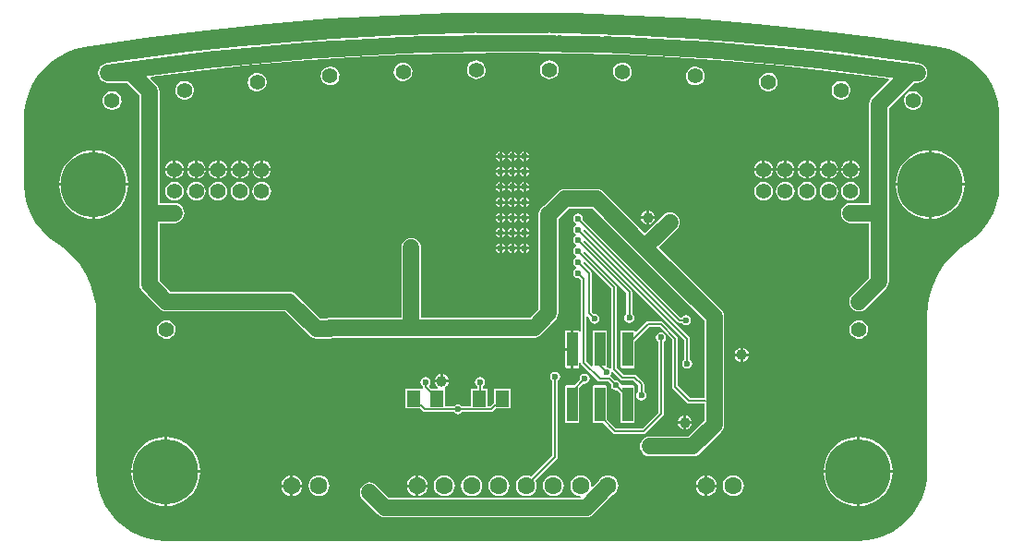
<source format=gbl>
G04 Layer_Physical_Order=2*
G04 Layer_Color=16711680*
%FSLAX25Y25*%
%MOIN*%
G70*
G01*
G75*
%ADD27C,0.00787*%
%ADD28C,0.05905*%
%ADD33C,0.05512*%
%ADD34C,0.23622*%
%ADD35C,0.06299*%
%ADD36C,0.03937*%
%ADD37C,0.02362*%
%ADD38R,0.04921X0.05905*%
%ADD39R,0.03937X0.12402*%
G36*
X21913Y190257D02*
X44055Y189499D01*
X66175Y188233D01*
X88259Y186459D01*
X110298Y184180D01*
X132277Y181396D01*
X154188Y178108D01*
X157517Y177340D01*
X160715Y176138D01*
X163727Y174524D01*
X166499Y172526D01*
X168982Y170179D01*
X171133Y167525D01*
X172914Y164609D01*
X174294Y161483D01*
X175248Y158202D01*
X175761Y154824D01*
Y128401D01*
X175504Y124830D01*
X174741Y121334D01*
X173486Y117982D01*
X171765Y114843D01*
X169614Y111983D01*
X167076Y109458D01*
X164204Y107323D01*
X161041Y105015D01*
X158192Y102329D01*
X155701Y99308D01*
X153607Y95999D01*
X151943Y92455D01*
X150736Y88730D01*
X150004Y84883D01*
X149759Y80976D01*
Y24817D01*
X149545Y21554D01*
X148907Y18347D01*
X147855Y15250D01*
X146409Y12317D01*
X144592Y9598D01*
X142436Y7139D01*
X139978Y4983D01*
X137259Y3167D01*
X134326Y1720D01*
X131229Y669D01*
X128022Y31D01*
X124759Y-183D01*
X-125241D01*
X-128505Y31D01*
X-131712Y669D01*
X-134809Y1720D01*
X-137741Y3167D01*
X-140461Y4983D01*
X-142919Y7139D01*
X-145075Y9598D01*
X-146892Y12317D01*
X-148338Y15250D01*
X-149390Y18347D01*
X-150028Y21554D01*
X-150241Y24817D01*
Y80976D01*
X-150487Y84883D01*
X-151219Y88730D01*
X-152426Y92455D01*
X-154090Y95999D01*
X-156184Y99308D01*
X-158675Y102329D01*
X-161524Y105015D01*
X-164687Y107323D01*
X-167559Y109458D01*
X-170097Y111983D01*
X-172248Y114843D01*
X-173969Y117982D01*
X-175224Y121334D01*
X-175987Y124830D01*
X-176243Y128401D01*
Y154824D01*
X-175731Y158202D01*
X-174777Y161483D01*
X-173397Y164609D01*
X-171616Y167525D01*
X-169465Y170179D01*
X-166981Y172526D01*
X-164210Y174524D01*
X-161198Y176138D01*
X-158000Y177340D01*
X-154671Y178108D01*
X-132760Y181396D01*
X-110780Y184180D01*
X-88742Y186459D01*
X-66658Y188233D01*
X-44538Y189499D01*
X-22396Y190257D01*
X-241Y190507D01*
X21913Y190257D01*
D02*
G37*
%LPC*%
G36*
X500Y112731D02*
Y111524D01*
X1707D01*
X1669Y111715D01*
X1277Y112301D01*
X691Y112692D01*
X500Y112731D01*
D02*
G37*
G36*
X3831D02*
X3639Y112692D01*
X3053Y112301D01*
X2662Y111715D01*
X2624Y111524D01*
X3831D01*
Y112731D01*
D02*
G37*
G36*
X4831D02*
Y111524D01*
X6038D01*
X6000Y111715D01*
X5608Y112301D01*
X5022Y112692D01*
X4831Y112731D01*
D02*
G37*
G36*
X-4831D02*
X-5022Y112692D01*
X-5608Y112301D01*
X-6000Y111715D01*
X-6038Y111524D01*
X-4831D01*
Y112731D01*
D02*
G37*
G36*
X-3831D02*
Y111524D01*
X-2624D01*
X-2662Y111715D01*
X-3053Y112301D01*
X-3639Y112692D01*
X-3831Y112731D01*
D02*
G37*
G36*
X-500D02*
X-691Y112692D01*
X-1277Y112301D01*
X-1669Y111715D01*
X-1707Y111524D01*
X-500D01*
Y112731D01*
D02*
G37*
G36*
X-2624Y116035D02*
X-3831D01*
Y114829D01*
X-3639Y114867D01*
X-3053Y115258D01*
X-2662Y115844D01*
X-2624Y116035D01*
D02*
G37*
G36*
X-500D02*
X-1707D01*
X-1669Y115844D01*
X-1277Y115258D01*
X-691Y114867D01*
X-500Y114829D01*
Y116035D01*
D02*
G37*
G36*
X1707D02*
X500D01*
Y114829D01*
X691Y114867D01*
X1277Y115258D01*
X1669Y115844D01*
X1707Y116035D01*
D02*
G37*
G36*
X48319D02*
X46304D01*
X46326Y115867D01*
X46584Y115245D01*
X46994Y114710D01*
X47528Y114300D01*
X48151Y114042D01*
X48319Y114020D01*
Y116035D01*
D02*
G37*
G36*
X51334D02*
X49319D01*
Y114020D01*
X49487Y114042D01*
X50109Y114300D01*
X50644Y114710D01*
X51054Y115245D01*
X51312Y115867D01*
X51334Y116035D01*
D02*
G37*
G36*
X-4831D02*
X-6038D01*
X-6000Y115844D01*
X-5608Y115258D01*
X-5022Y114867D01*
X-4831Y114829D01*
Y116035D01*
D02*
G37*
G36*
X6038Y110524D02*
X4831D01*
Y109317D01*
X5022Y109355D01*
X5608Y109746D01*
X6000Y110332D01*
X6038Y110524D01*
D02*
G37*
G36*
X-500Y107219D02*
X-691Y107181D01*
X-1277Y106789D01*
X-1669Y106203D01*
X-1707Y106012D01*
X-500D01*
Y107219D01*
D02*
G37*
G36*
X500D02*
Y106012D01*
X1707D01*
X1669Y106203D01*
X1277Y106789D01*
X691Y107181D01*
X500Y107219D01*
D02*
G37*
G36*
X3831D02*
X3639Y107181D01*
X3053Y106789D01*
X2662Y106203D01*
X2624Y106012D01*
X3831D01*
Y107219D01*
D02*
G37*
G36*
X6038Y105012D02*
X4831D01*
Y103805D01*
X5022Y103843D01*
X5608Y104235D01*
X6000Y104821D01*
X6038Y105012D01*
D02*
G37*
G36*
X-4831Y107219D02*
X-5022Y107181D01*
X-5608Y106789D01*
X-6000Y106203D01*
X-6038Y106012D01*
X-4831D01*
Y107219D01*
D02*
G37*
G36*
X-3831D02*
Y106012D01*
X-2624D01*
X-2662Y106203D01*
X-3053Y106789D01*
X-3639Y107181D01*
X-3831Y107219D01*
D02*
G37*
G36*
X-500Y110524D02*
X-1707D01*
X-1669Y110332D01*
X-1277Y109746D01*
X-691Y109355D01*
X-500Y109317D01*
Y110524D01*
D02*
G37*
G36*
X1707D02*
X500D01*
Y109317D01*
X691Y109355D01*
X1277Y109746D01*
X1669Y110332D01*
X1707Y110524D01*
D02*
G37*
G36*
X3831D02*
X2624D01*
X2662Y110332D01*
X3053Y109746D01*
X3639Y109355D01*
X3831Y109317D01*
Y110524D01*
D02*
G37*
G36*
X4831Y107219D02*
Y106012D01*
X6038D01*
X6000Y106203D01*
X5608Y106789D01*
X5022Y107181D01*
X4831Y107219D01*
D02*
G37*
G36*
X-4831Y110524D02*
X-6038D01*
X-6000Y110332D01*
X-5608Y109746D01*
X-5022Y109355D01*
X-4831Y109317D01*
Y110524D01*
D02*
G37*
G36*
X-2624D02*
X-3831D01*
Y109317D01*
X-3639Y109355D01*
X-3053Y109746D01*
X-2662Y110332D01*
X-2624Y110524D01*
D02*
G37*
G36*
X3831Y116035D02*
X2624D01*
X2662Y115844D01*
X3053Y115258D01*
X3639Y114867D01*
X3831Y114829D01*
Y116035D01*
D02*
G37*
G36*
X1707Y121547D02*
X500D01*
Y120340D01*
X691Y120378D01*
X1277Y120770D01*
X1669Y121356D01*
X1707Y121547D01*
D02*
G37*
G36*
X3831D02*
X2624D01*
X2662Y121356D01*
X3053Y120770D01*
X3639Y120378D01*
X3831Y120340D01*
Y121547D01*
D02*
G37*
G36*
X6038D02*
X4831D01*
Y120340D01*
X5022Y120378D01*
X5608Y120770D01*
X6000Y121356D01*
X6038Y121547D01*
D02*
G37*
G36*
X-4831D02*
X-6038D01*
X-6000Y121356D01*
X-5608Y120770D01*
X-5022Y120378D01*
X-4831Y120340D01*
Y121547D01*
D02*
G37*
G36*
X-2624D02*
X-3831D01*
Y120340D01*
X-3639Y120378D01*
X-3053Y120770D01*
X-2662Y121356D01*
X-2624Y121547D01*
D02*
G37*
G36*
X-500D02*
X-1707D01*
X-1669Y121356D01*
X-1277Y120770D01*
X-691Y120378D01*
X-500Y120340D01*
Y121547D01*
D02*
G37*
G36*
X500Y123754D02*
Y122547D01*
X1707D01*
X1669Y122739D01*
X1277Y123325D01*
X691Y123716D01*
X500Y123754D01*
D02*
G37*
G36*
X3831D02*
X3639Y123716D01*
X3053Y123325D01*
X2662Y122739D01*
X2624Y122547D01*
X3831D01*
Y123754D01*
D02*
G37*
G36*
X4831D02*
Y122547D01*
X6038D01*
X6000Y122739D01*
X5608Y123325D01*
X5022Y123716D01*
X4831Y123754D01*
D02*
G37*
G36*
X-4831D02*
X-5022Y123716D01*
X-5608Y123325D01*
X-6000Y122739D01*
X-6038Y122547D01*
X-4831D01*
Y123754D01*
D02*
G37*
G36*
X-3831D02*
Y122547D01*
X-2624D01*
X-2662Y122739D01*
X-3053Y123325D01*
X-3639Y123716D01*
X-3831Y123754D01*
D02*
G37*
G36*
X-500D02*
X-691Y123716D01*
X-1277Y123325D01*
X-1669Y122739D01*
X-1707Y122547D01*
X-500D01*
Y123754D01*
D02*
G37*
G36*
X49319Y119051D02*
Y117035D01*
X51334D01*
X51312Y117203D01*
X51054Y117826D01*
X50644Y118361D01*
X50109Y118771D01*
X49487Y119029D01*
X49319Y119051D01*
D02*
G37*
G36*
X150261Y127901D02*
X138360D01*
X138474Y126454D01*
X138930Y124556D01*
X139677Y122753D01*
X140697Y121089D01*
X141964Y119604D01*
X143449Y118336D01*
X145113Y117316D01*
X146916Y116569D01*
X148815Y116114D01*
X150261Y116000D01*
Y127901D01*
D02*
G37*
G36*
X163161D02*
X151261D01*
Y116000D01*
X152707Y116114D01*
X154605Y116569D01*
X156408Y117316D01*
X158073Y118336D01*
X159557Y119604D01*
X160825Y121089D01*
X161845Y122753D01*
X162592Y124556D01*
X163047Y126454D01*
X163161Y127901D01*
D02*
G37*
G36*
X-4831Y118242D02*
X-5022Y118204D01*
X-5608Y117813D01*
X-6000Y117227D01*
X-6038Y117035D01*
X-4831D01*
Y118242D01*
D02*
G37*
G36*
X6038Y116035D02*
X4831D01*
Y114829D01*
X5022Y114867D01*
X5608Y115258D01*
X6000Y115844D01*
X6038Y116035D01*
D02*
G37*
G36*
X-151743Y127901D02*
X-163644D01*
X-163530Y126454D01*
X-163075Y124556D01*
X-162328Y122753D01*
X-161308Y121089D01*
X-160040Y119604D01*
X-158555Y118336D01*
X-156891Y117316D01*
X-155088Y116569D01*
X-153190Y116114D01*
X-151743Y116000D01*
Y127901D01*
D02*
G37*
G36*
X-138843D02*
X-150743D01*
Y116000D01*
X-149297Y116114D01*
X-147399Y116569D01*
X-145596Y117316D01*
X-143931Y118336D01*
X-142447Y119604D01*
X-141179Y121089D01*
X-140159Y122753D01*
X-139412Y124556D01*
X-138957Y126454D01*
X-138843Y127901D01*
D02*
G37*
G36*
X3831Y118242D02*
X3639Y118204D01*
X3053Y117813D01*
X2662Y117227D01*
X2624Y117035D01*
X3831D01*
Y118242D01*
D02*
G37*
G36*
X4831D02*
Y117035D01*
X6038D01*
X6000Y117227D01*
X5608Y117813D01*
X5022Y118204D01*
X4831Y118242D01*
D02*
G37*
G36*
X48319Y119051D02*
X48151Y119029D01*
X47528Y118771D01*
X46994Y118361D01*
X46584Y117826D01*
X46326Y117203D01*
X46304Y117035D01*
X48319D01*
Y119051D01*
D02*
G37*
G36*
X-3831Y118242D02*
Y117035D01*
X-2624D01*
X-2662Y117227D01*
X-3053Y117813D01*
X-3639Y118204D01*
X-3831Y118242D01*
D02*
G37*
G36*
X-500D02*
X-691Y118204D01*
X-1277Y117813D01*
X-1669Y117227D01*
X-1707Y117035D01*
X-500D01*
Y118242D01*
D02*
G37*
G36*
X500D02*
Y117035D01*
X1707D01*
X1669Y117227D01*
X1277Y117813D01*
X691Y118204D01*
X500Y118242D01*
D02*
G37*
G36*
X34449Y23467D02*
X33470Y23338D01*
X32558Y22960D01*
X31775Y22359D01*
X31174Y21576D01*
X31104Y21408D01*
X28819Y19122D01*
X28345Y19356D01*
X28388Y19685D01*
X28259Y20664D01*
X27882Y21576D01*
X27281Y22359D01*
X26497Y22960D01*
X25585Y23338D01*
X24606Y23467D01*
X23628Y23338D01*
X22715Y22960D01*
X21932Y22359D01*
X21331Y21576D01*
X20953Y20664D01*
X20824Y19685D01*
X20953Y18706D01*
X21331Y17794D01*
X21932Y17011D01*
X22715Y16410D01*
X23628Y16032D01*
X24395Y15931D01*
X24651Y15497D01*
X24660Y15410D01*
X24650Y15394D01*
X-44579D01*
X-49041Y19857D01*
X-49783Y20426D01*
X-50647Y20784D01*
X-51575Y20906D01*
X-52502Y20784D01*
X-53367Y20426D01*
X-54109Y19857D01*
X-54678Y19115D01*
X-55036Y18250D01*
X-55158Y17323D01*
X-55036Y16395D01*
X-54678Y15531D01*
X-54109Y14789D01*
X-48597Y9277D01*
X-47855Y8708D01*
X-46990Y8350D01*
X-46063Y8228D01*
X26575D01*
X27502Y8350D01*
X28367Y8708D01*
X29109Y9277D01*
X36172Y16340D01*
X36340Y16410D01*
X37123Y17011D01*
X37724Y17794D01*
X38102Y18706D01*
X38231Y19685D01*
X38102Y20664D01*
X37724Y21576D01*
X37123Y22359D01*
X36340Y22960D01*
X35428Y23338D01*
X34449Y23467D01*
D02*
G37*
G36*
X-80224Y23392D02*
X-80701Y23329D01*
X-81611Y22952D01*
X-82392Y22353D01*
X-82991Y21571D01*
X-83368Y20661D01*
X-83431Y20185D01*
X-80224D01*
Y23392D01*
D02*
G37*
G36*
X-79224D02*
Y20185D01*
X-76018D01*
X-76081Y20661D01*
X-76457Y21571D01*
X-77057Y22353D01*
X-77838Y22952D01*
X-78748Y23329D01*
X-79224Y23392D01*
D02*
G37*
G36*
X-30742Y19185D02*
X-33949D01*
Y15979D01*
X-33472Y16041D01*
X-32563Y16418D01*
X-31781Y17018D01*
X-31182Y17799D01*
X-30805Y18709D01*
X-30742Y19185D01*
D02*
G37*
G36*
X69382D02*
X66175D01*
X66238Y18709D01*
X66615Y17799D01*
X67214Y17018D01*
X67996Y16418D01*
X68906Y16041D01*
X69382Y15979D01*
Y19185D01*
D02*
G37*
G36*
X73589D02*
X70382D01*
Y15979D01*
X70858Y16041D01*
X71768Y16418D01*
X72549Y17018D01*
X73149Y17799D01*
X73526Y18709D01*
X73589Y19185D01*
D02*
G37*
G36*
X70382Y23392D02*
Y20185D01*
X73589D01*
X73526Y20661D01*
X73149Y21571D01*
X72549Y22353D01*
X71768Y22952D01*
X70858Y23329D01*
X70382Y23392D01*
D02*
G37*
G36*
X15354Y60871D02*
X14659Y60733D01*
X14070Y60339D01*
X13677Y59750D01*
X13538Y59055D01*
X13677Y58360D01*
X14070Y57771D01*
X14341Y57590D01*
Y30538D01*
X6778Y22975D01*
X5900Y23338D01*
X4921Y23467D01*
X3942Y23338D01*
X3030Y22960D01*
X2247Y22359D01*
X1646Y21576D01*
X1268Y20664D01*
X1139Y19685D01*
X1268Y18706D01*
X1646Y17794D01*
X2247Y17011D01*
X3030Y16410D01*
X3942Y16032D01*
X4921Y15903D01*
X5900Y16032D01*
X6812Y16410D01*
X7596Y17011D01*
X8196Y17794D01*
X8574Y18706D01*
X8703Y19685D01*
X8574Y20664D01*
X8211Y21542D01*
X16071Y29402D01*
X16290Y29730D01*
X16367Y30118D01*
Y57590D01*
X16638Y57771D01*
X17032Y58360D01*
X17170Y59055D01*
X17032Y59750D01*
X16638Y60339D01*
X16049Y60733D01*
X15354Y60871D01*
D02*
G37*
G36*
X-125741Y37218D02*
X-127188Y37104D01*
X-129086Y36648D01*
X-130889Y35901D01*
X-132553Y34881D01*
X-134038Y33613D01*
X-135306Y32129D01*
X-136326Y30465D01*
X-137073Y28661D01*
X-137528Y26763D01*
X-137642Y25317D01*
X-125741D01*
Y37218D01*
D02*
G37*
G36*
X-34949Y23392D02*
X-35425Y23329D01*
X-36335Y22952D01*
X-37116Y22353D01*
X-37716Y21571D01*
X-38093Y20661D01*
X-38155Y20185D01*
X-34949D01*
Y23392D01*
D02*
G37*
G36*
X-33949D02*
Y20185D01*
X-30742D01*
X-30805Y20661D01*
X-31182Y21571D01*
X-31781Y22353D01*
X-32563Y22952D01*
X-33472Y23329D01*
X-33949Y23392D01*
D02*
G37*
G36*
X69382D02*
X68906Y23329D01*
X67996Y22952D01*
X67214Y22353D01*
X66615Y21571D01*
X66238Y20661D01*
X66175Y20185D01*
X69382D01*
Y23392D01*
D02*
G37*
G36*
X-34949Y19185D02*
X-38155D01*
X-38093Y18709D01*
X-37716Y17799D01*
X-37116Y17018D01*
X-36335Y16418D01*
X-35425Y16041D01*
X-34949Y15979D01*
Y19185D01*
D02*
G37*
G36*
X137159Y24317D02*
X125259D01*
Y12416D01*
X126705Y12530D01*
X128603Y12986D01*
X130406Y13733D01*
X132071Y14753D01*
X133555Y16021D01*
X134823Y17505D01*
X135843Y19170D01*
X136590Y20973D01*
X137045Y22871D01*
X137159Y24317D01*
D02*
G37*
G36*
X-69882Y23467D02*
X-70861Y23338D01*
X-71773Y22960D01*
X-72556Y22359D01*
X-73157Y21576D01*
X-73535Y20664D01*
X-73664Y19685D01*
X-73535Y18706D01*
X-73157Y17794D01*
X-72556Y17011D01*
X-71773Y16410D01*
X-70861Y16032D01*
X-69882Y15903D01*
X-68903Y16032D01*
X-67991Y16410D01*
X-67208Y17011D01*
X-66607Y17794D01*
X-66229Y18706D01*
X-66100Y19685D01*
X-66229Y20664D01*
X-66607Y21576D01*
X-67208Y22359D01*
X-67991Y22960D01*
X-68903Y23338D01*
X-69882Y23467D01*
D02*
G37*
G36*
X-24606D02*
X-25585Y23338D01*
X-26497Y22960D01*
X-27281Y22359D01*
X-27882Y21576D01*
X-28259Y20664D01*
X-28388Y19685D01*
X-28259Y18706D01*
X-27882Y17794D01*
X-27281Y17011D01*
X-26497Y16410D01*
X-25585Y16032D01*
X-24606Y15903D01*
X-23628Y16032D01*
X-22715Y16410D01*
X-21932Y17011D01*
X-21331Y17794D01*
X-20953Y18706D01*
X-20824Y19685D01*
X-20953Y20664D01*
X-21331Y21576D01*
X-21932Y22359D01*
X-22715Y22960D01*
X-23628Y23338D01*
X-24606Y23467D01*
D02*
G37*
G36*
X-125741Y24317D02*
X-137642D01*
X-137528Y22871D01*
X-137073Y20973D01*
X-136326Y19170D01*
X-135306Y17505D01*
X-134038Y16021D01*
X-132553Y14753D01*
X-130889Y13733D01*
X-129086Y12986D01*
X-127188Y12530D01*
X-125741Y12416D01*
Y24317D01*
D02*
G37*
G36*
X-112841D02*
X-124741D01*
Y12416D01*
X-123295Y12530D01*
X-121397Y12986D01*
X-119594Y13733D01*
X-117929Y14753D01*
X-116445Y16021D01*
X-115177Y17505D01*
X-114157Y19170D01*
X-113410Y20973D01*
X-112955Y22871D01*
X-112841Y24317D01*
D02*
G37*
G36*
X124259D02*
X112358D01*
X112472Y22871D01*
X112927Y20973D01*
X113674Y19170D01*
X114694Y17505D01*
X115962Y16021D01*
X117447Y14753D01*
X119111Y13733D01*
X120914Y12986D01*
X122812Y12530D01*
X124259Y12416D01*
Y24317D01*
D02*
G37*
G36*
X79724Y23467D02*
X78746Y23338D01*
X77833Y22960D01*
X77050Y22359D01*
X76449Y21576D01*
X76071Y20664D01*
X75942Y19685D01*
X76071Y18706D01*
X76449Y17794D01*
X77050Y17011D01*
X77833Y16410D01*
X78746Y16032D01*
X79724Y15903D01*
X80703Y16032D01*
X81615Y16410D01*
X82399Y17011D01*
X83000Y17794D01*
X83377Y18706D01*
X83506Y19685D01*
X83377Y20664D01*
X83000Y21576D01*
X82399Y22359D01*
X81615Y22960D01*
X80703Y23338D01*
X79724Y23467D01*
D02*
G37*
G36*
X-80224Y19185D02*
X-83431D01*
X-83368Y18709D01*
X-82991Y17799D01*
X-82392Y17018D01*
X-81611Y16418D01*
X-80701Y16041D01*
X-80224Y15979D01*
Y19185D01*
D02*
G37*
G36*
X-76018D02*
X-79224D01*
Y15979D01*
X-78748Y16041D01*
X-77838Y16418D01*
X-77057Y17018D01*
X-76457Y17799D01*
X-76081Y18709D01*
X-76018Y19185D01*
D02*
G37*
G36*
X-14764Y23467D02*
X-15743Y23338D01*
X-16655Y22960D01*
X-17438Y22359D01*
X-18039Y21576D01*
X-18417Y20664D01*
X-18546Y19685D01*
X-18417Y18706D01*
X-18039Y17794D01*
X-17438Y17011D01*
X-16655Y16410D01*
X-15743Y16032D01*
X-14764Y15903D01*
X-13785Y16032D01*
X-12873Y16410D01*
X-12089Y17011D01*
X-11489Y17794D01*
X-11111Y18706D01*
X-10982Y19685D01*
X-11111Y20664D01*
X-11489Y21576D01*
X-12089Y22359D01*
X-12873Y22960D01*
X-13785Y23338D01*
X-14764Y23467D01*
D02*
G37*
G36*
X-4921D02*
X-5900Y23338D01*
X-6812Y22960D01*
X-7596Y22359D01*
X-8196Y21576D01*
X-8574Y20664D01*
X-8703Y19685D01*
X-8574Y18706D01*
X-8196Y17794D01*
X-7596Y17011D01*
X-6812Y16410D01*
X-5900Y16032D01*
X-4921Y15903D01*
X-3942Y16032D01*
X-3030Y16410D01*
X-2247Y17011D01*
X-1646Y17794D01*
X-1268Y18706D01*
X-1139Y19685D01*
X-1268Y20664D01*
X-1646Y21576D01*
X-2247Y22359D01*
X-3030Y22960D01*
X-3942Y23338D01*
X-4921Y23467D01*
D02*
G37*
G36*
X14764D02*
X13785Y23338D01*
X12873Y22960D01*
X12089Y22359D01*
X11489Y21576D01*
X11111Y20664D01*
X10982Y19685D01*
X11111Y18706D01*
X11489Y17794D01*
X12089Y17011D01*
X12873Y16410D01*
X13785Y16032D01*
X14764Y15903D01*
X15743Y16032D01*
X16655Y16410D01*
X17438Y17011D01*
X18039Y17794D01*
X18417Y18706D01*
X18546Y19685D01*
X18417Y20664D01*
X18039Y21576D01*
X17438Y22359D01*
X16655Y22960D01*
X15743Y23338D01*
X14764Y23467D01*
D02*
G37*
G36*
X-124741Y37218D02*
Y25317D01*
X-112841D01*
X-112955Y26763D01*
X-113410Y28661D01*
X-114157Y30465D01*
X-115177Y32129D01*
X-116445Y33613D01*
X-117929Y34881D01*
X-119594Y35901D01*
X-121397Y36648D01*
X-123295Y37104D01*
X-124741Y37218D01*
D02*
G37*
G36*
X20996Y75836D02*
X19528D01*
X19076Y75649D01*
X18888Y75197D01*
Y69496D01*
X20996D01*
Y75836D01*
D02*
G37*
G36*
X-124951Y79534D02*
X-125827Y79419D01*
X-126643Y79080D01*
X-127344Y78543D01*
X-127882Y77842D01*
X-128220Y77025D01*
X-128336Y76149D01*
X-128220Y75273D01*
X-127882Y74457D01*
X-127344Y73756D01*
X-126643Y73218D01*
X-125827Y72880D01*
X-124951Y72764D01*
X-124075Y72880D01*
X-123258Y73218D01*
X-122557Y73756D01*
X-122020Y74457D01*
X-121681Y75273D01*
X-121566Y76149D01*
X-121681Y77025D01*
X-122020Y77842D01*
X-122557Y78543D01*
X-123258Y79080D01*
X-124075Y79419D01*
X-124951Y79534D01*
D02*
G37*
G36*
X125049D02*
X124173Y79419D01*
X123357Y79080D01*
X122656Y78543D01*
X122118Y77842D01*
X121780Y77025D01*
X121664Y76149D01*
X121780Y75273D01*
X122118Y74457D01*
X122656Y73756D01*
X123357Y73218D01*
X124173Y72880D01*
X125049Y72764D01*
X125925Y72880D01*
X126742Y73218D01*
X127443Y73756D01*
X127980Y74457D01*
X128319Y75273D01*
X128434Y76149D01*
X128319Y77025D01*
X127980Y77842D01*
X127443Y78543D01*
X126742Y79080D01*
X125925Y79419D01*
X125049Y79534D01*
D02*
G37*
G36*
X85193Y66429D02*
X83177D01*
Y64414D01*
X83345Y64436D01*
X83968Y64694D01*
X84502Y65104D01*
X84913Y65639D01*
X85170Y66261D01*
X85193Y66429D01*
D02*
G37*
G36*
X82177Y69444D02*
X82009Y69422D01*
X81387Y69164D01*
X80852Y68754D01*
X80442Y68220D01*
X80184Y67597D01*
X80162Y67429D01*
X82177D01*
Y69444D01*
D02*
G37*
G36*
X83177D02*
Y67429D01*
X85193D01*
X85170Y67597D01*
X84913Y68220D01*
X84502Y68754D01*
X83968Y69164D01*
X83345Y69422D01*
X83177Y69444D01*
D02*
G37*
G36*
X-500Y105012D02*
X-1707D01*
X-1669Y104821D01*
X-1277Y104235D01*
X-691Y103843D01*
X-500Y103805D01*
Y105012D01*
D02*
G37*
G36*
X1707D02*
X500D01*
Y103805D01*
X691Y103843D01*
X1277Y104235D01*
X1669Y104821D01*
X1707Y105012D01*
D02*
G37*
G36*
X3831D02*
X2624D01*
X2662Y104821D01*
X3053Y104235D01*
X3639Y103843D01*
X3831Y103805D01*
Y105012D01*
D02*
G37*
G36*
X23622Y117958D02*
X22927Y117819D01*
X22338Y117426D01*
X21944Y116837D01*
X21806Y116142D01*
X21944Y115447D01*
X22338Y114858D01*
X22927Y114464D01*
X23107Y114428D01*
Y113918D01*
X22927Y113883D01*
X22338Y113489D01*
X21944Y112900D01*
X21806Y112205D01*
X21944Y111510D01*
X22338Y110921D01*
X22927Y110527D01*
X23107Y110491D01*
Y109981D01*
X22927Y109945D01*
X22338Y109552D01*
X21944Y108963D01*
X21806Y108268D01*
X21944Y107573D01*
X22338Y106984D01*
X22927Y106590D01*
X23107Y106554D01*
Y106044D01*
X22927Y106009D01*
X22338Y105615D01*
X21944Y105026D01*
X21806Y104331D01*
X21944Y103636D01*
X22338Y103047D01*
X22927Y102653D01*
X23107Y102617D01*
Y102107D01*
X22927Y102071D01*
X22338Y101678D01*
X21944Y101089D01*
X21806Y100394D01*
X21944Y99699D01*
X22338Y99110D01*
X22927Y98716D01*
X23107Y98680D01*
Y98170D01*
X22927Y98134D01*
X22338Y97741D01*
X21944Y97152D01*
X21806Y96457D01*
X21944Y95762D01*
X22338Y95173D01*
X22927Y94779D01*
X23622Y94641D01*
X23942Y94704D01*
X24577Y94068D01*
Y75261D01*
X24104Y75197D01*
X23917Y75649D01*
X23465Y75836D01*
X21996D01*
Y68996D01*
Y62156D01*
X23465D01*
X23917Y62343D01*
X24104Y62795D01*
Y63991D01*
X24604Y64040D01*
X24655Y63785D01*
X24874Y63457D01*
X30780Y57551D01*
X31108Y57332D01*
X31496Y57254D01*
X34620D01*
X35649Y56225D01*
X35586Y55905D01*
X35724Y55211D01*
X36118Y54621D01*
X36707Y54228D01*
X37402Y54089D01*
X37721Y54153D01*
X38878Y52996D01*
Y42913D01*
X39068Y42454D01*
X39528Y42264D01*
X43465D01*
X43924Y42454D01*
X44114Y42913D01*
Y55315D01*
X43924Y55774D01*
X43465Y55964D01*
X39528D01*
X39131Y56341D01*
X39079Y56600D01*
X38686Y57190D01*
X38096Y57583D01*
X37402Y57722D01*
X37082Y57658D01*
X35756Y58984D01*
X35427Y59204D01*
X35393Y59720D01*
X35536Y59935D01*
X35671Y60614D01*
X35741Y60662D01*
X36140Y60853D01*
X39047Y57945D01*
X39376Y57725D01*
X39764Y57648D01*
X43675D01*
X45443Y55879D01*
Y53827D01*
X45173Y53646D01*
X44779Y53057D01*
X44641Y52362D01*
X44779Y51667D01*
X45173Y51078D01*
X45762Y50684D01*
X46457Y50546D01*
X47152Y50684D01*
X47741Y51078D01*
X48134Y51667D01*
X48273Y52362D01*
X48134Y53057D01*
X47741Y53646D01*
X47470Y53827D01*
Y56299D01*
X47393Y56687D01*
X47173Y57016D01*
X44811Y59378D01*
X44482Y59597D01*
X44094Y59675D01*
X40183D01*
X37627Y62231D01*
Y91339D01*
X37550Y91726D01*
X37331Y92055D01*
X25524Y103862D01*
X25518Y104028D01*
X25557Y104192D01*
X26085Y104372D01*
X41113Y89344D01*
Y81780D01*
X40842Y81599D01*
X40448Y81010D01*
X40310Y80315D01*
X40448Y79620D01*
X40842Y79031D01*
X41431Y78637D01*
X42126Y78499D01*
X42821Y78637D01*
X43410Y79031D01*
X43804Y79620D01*
X43942Y80315D01*
X43804Y81010D01*
X43410Y81599D01*
X43139Y81780D01*
Y89764D01*
X43062Y90152D01*
X42842Y90480D01*
X25524Y107799D01*
X25518Y107965D01*
X25557Y108129D01*
X26085Y108309D01*
X61979Y72415D01*
Y65245D01*
X61708Y65064D01*
X61314Y64474D01*
X61176Y63779D01*
X61314Y63085D01*
X61708Y62495D01*
X62297Y62102D01*
X62992Y61963D01*
X63687Y62102D01*
X64276Y62495D01*
X64670Y63085D01*
X64808Y63779D01*
X64670Y64474D01*
X64276Y65064D01*
X64005Y65245D01*
Y72835D01*
X63928Y73222D01*
X63709Y73551D01*
X25524Y111736D01*
X25518Y111902D01*
X25557Y112066D01*
X26085Y112246D01*
X59520Y78811D01*
X59848Y78592D01*
X60236Y78514D01*
X61133D01*
X61314Y78243D01*
X61904Y77850D01*
X62598Y77712D01*
X63293Y77850D01*
X63882Y78243D01*
X64276Y78833D01*
X64414Y79528D01*
X64276Y80222D01*
X63882Y80812D01*
X63293Y81205D01*
X62598Y81344D01*
X61904Y81205D01*
X61314Y80812D01*
X61133Y80541D01*
X60656D01*
X25374Y115822D01*
X25438Y116142D01*
X25300Y116837D01*
X24906Y117426D01*
X24317Y117819D01*
X23622Y117958D01*
D02*
G37*
G36*
X-4831Y105012D02*
X-6038D01*
X-6000Y104821D01*
X-5608Y104235D01*
X-5022Y103843D01*
X-4831Y103805D01*
Y105012D01*
D02*
G37*
G36*
X-2624D02*
X-3831D01*
Y103805D01*
X-3639Y103843D01*
X-3053Y104235D01*
X-2662Y104821D01*
X-2624Y105012D01*
D02*
G37*
G36*
X82177Y66429D02*
X80162D01*
X80184Y66261D01*
X80442Y65639D01*
X80852Y65104D01*
X81387Y64694D01*
X82009Y64436D01*
X82177Y64414D01*
Y66429D01*
D02*
G37*
G36*
X64720Y42020D02*
X62705D01*
Y40004D01*
X62873Y40027D01*
X63495Y40284D01*
X64030Y40695D01*
X64440Y41229D01*
X64698Y41852D01*
X64720Y42020D01*
D02*
G37*
G36*
X53543Y75044D02*
X52848Y74906D01*
X52259Y74512D01*
X51866Y73923D01*
X51727Y73228D01*
X51866Y72533D01*
X52259Y71944D01*
X52530Y71763D01*
Y46089D01*
X46824Y40383D01*
X37427D01*
X34114Y43697D01*
Y55315D01*
X33924Y55774D01*
X33465Y55964D01*
X29528D01*
X29068Y55774D01*
X28878Y55315D01*
Y42913D01*
X29068Y42454D01*
X29528Y42264D01*
X32681D01*
X36291Y38654D01*
X36620Y38434D01*
X37008Y38357D01*
X47244D01*
X47632Y38434D01*
X47960Y38654D01*
X54260Y44953D01*
X54479Y45282D01*
X54557Y45669D01*
Y71763D01*
X54827Y71944D01*
X55221Y72533D01*
X55359Y73228D01*
X55221Y73923D01*
X54827Y74512D01*
X54238Y74906D01*
X53543Y75044D01*
D02*
G37*
G36*
X61705Y45035D02*
X61537Y45013D01*
X60914Y44755D01*
X60380Y44345D01*
X59969Y43810D01*
X59711Y43188D01*
X59689Y43020D01*
X61705D01*
Y45035D01*
D02*
G37*
G36*
X124259Y37218D02*
X122812Y37104D01*
X120914Y36648D01*
X119111Y35901D01*
X117447Y34881D01*
X115962Y33613D01*
X114694Y32129D01*
X113674Y30465D01*
X112927Y28661D01*
X112472Y26763D01*
X112358Y25317D01*
X124259D01*
Y37218D01*
D02*
G37*
G36*
X125259D02*
Y25317D01*
X137159D01*
X137045Y26763D01*
X136590Y28661D01*
X135843Y30465D01*
X134823Y32129D01*
X133555Y33613D01*
X132071Y34881D01*
X130406Y35901D01*
X128603Y36648D01*
X126705Y37104D01*
X125259Y37218D01*
D02*
G37*
G36*
X61705Y42020D02*
X59689D01*
X59711Y41852D01*
X59969Y41229D01*
X60380Y40695D01*
X60914Y40284D01*
X61537Y40027D01*
X61705Y40004D01*
Y42020D01*
D02*
G37*
G36*
X-26091Y59996D02*
X-26259Y59974D01*
X-26881Y59716D01*
X-27416Y59305D01*
X-27826Y58771D01*
X-28084Y58148D01*
X-28106Y57980D01*
X-26091D01*
Y59996D01*
D02*
G37*
G36*
X-25091D02*
Y57980D01*
X-23075D01*
X-23097Y58148D01*
X-23355Y58771D01*
X-23765Y59305D01*
X-24300Y59716D01*
X-24923Y59974D01*
X-25091Y59996D01*
D02*
G37*
G36*
X20996Y68496D02*
X18888D01*
Y62795D01*
X19076Y62343D01*
X19528Y62156D01*
X20996D01*
Y68496D01*
D02*
G37*
G36*
X62705Y45035D02*
Y43020D01*
X64720D01*
X64698Y43188D01*
X64440Y43810D01*
X64030Y44345D01*
X63495Y44755D01*
X62873Y45013D01*
X62705Y45035D01*
D02*
G37*
G36*
X-11811Y58903D02*
X-12506Y58764D01*
X-13095Y58371D01*
X-13489Y57782D01*
X-13627Y57087D01*
X-13489Y56392D01*
X-13095Y55803D01*
X-12824Y55621D01*
Y54783D01*
X-14469D01*
X-14928Y54593D01*
X-15118Y54134D01*
Y48257D01*
X-18220D01*
X-18401Y48528D01*
X-18990Y48922D01*
X-19685Y49060D01*
X-20380Y48922D01*
X-20969Y48528D01*
X-21150Y48257D01*
X-24252D01*
Y54134D01*
X-24442Y54593D01*
X-24505Y54619D01*
Y55160D01*
X-24300Y55245D01*
X-23765Y55655D01*
X-23355Y56190D01*
X-23097Y56812D01*
X-23075Y56980D01*
X-28106D01*
X-28084Y56812D01*
X-27826Y56190D01*
X-27416Y55655D01*
X-26931Y55283D01*
X-26935Y55115D01*
X-27073Y54783D01*
X-29531D01*
X-30242Y55494D01*
X-30212Y55803D01*
X-29818Y56392D01*
X-29680Y57087D01*
X-29818Y57782D01*
X-30212Y58371D01*
X-30801Y58764D01*
X-31496Y58903D01*
X-32191Y58764D01*
X-32780Y58371D01*
X-33174Y57782D01*
X-33312Y57087D01*
X-33174Y56392D01*
X-32780Y55803D01*
X-32509Y55621D01*
Y55315D01*
X-32442Y54979D01*
X-32601Y54815D01*
X-32848Y54650D01*
X-33169Y54783D01*
X-38091D01*
X-38550Y54593D01*
X-38740Y54134D01*
Y48228D01*
X-38550Y47769D01*
X-38091Y47579D01*
X-33461D01*
X-32400Y46518D01*
X-32071Y46299D01*
X-31683Y46222D01*
X-24490D01*
X-24442Y46231D01*
X-21150D01*
X-20969Y45960D01*
X-20380Y45566D01*
X-19685Y45428D01*
X-18990Y45566D01*
X-18401Y45960D01*
X-18220Y46231D01*
X-14928D01*
X-14880Y46222D01*
X-7687D01*
X-7299Y46299D01*
X-6970Y46518D01*
X-5909Y47579D01*
X-1280D01*
X-820Y47769D01*
X-630Y48228D01*
Y54134D01*
X-820Y54593D01*
X-1280Y54783D01*
X-6201D01*
X-6660Y54593D01*
X-6850Y54134D01*
Y49504D01*
X-8106Y48248D01*
X-8898D01*
Y54134D01*
X-9088Y54593D01*
X-9547Y54783D01*
X-10798D01*
Y55621D01*
X-10527Y55803D01*
X-10133Y56392D01*
X-9995Y57087D01*
X-10133Y57782D01*
X-10527Y58371D01*
X-11116Y58764D01*
X-11811Y58903D01*
D02*
G37*
G36*
X25984Y60084D02*
X25289Y59945D01*
X24700Y59552D01*
X24306Y58963D01*
X24168Y58268D01*
X24232Y57948D01*
X22248Y55964D01*
X19528D01*
X19068Y55774D01*
X18878Y55315D01*
Y42913D01*
X19068Y42454D01*
X19528Y42264D01*
X23465D01*
X23924Y42454D01*
X24114Y42913D01*
Y54965D01*
X25665Y56515D01*
X25984Y56452D01*
X26679Y56590D01*
X27268Y56984D01*
X27662Y57573D01*
X27800Y58268D01*
X27662Y58963D01*
X27268Y59552D01*
X26679Y59945D01*
X25984Y60084D01*
D02*
G37*
G36*
X-121547Y137168D02*
Y134358D01*
X-118738D01*
X-118787Y134732D01*
X-119124Y135546D01*
X-119660Y136245D01*
X-120360Y136781D01*
X-121174Y137119D01*
X-121547Y137168D01*
D02*
G37*
G36*
X-113673D02*
Y134358D01*
X-110864D01*
X-110913Y134732D01*
X-111250Y135546D01*
X-111786Y136245D01*
X-112486Y136781D01*
X-113300Y137119D01*
X-113673Y137168D01*
D02*
G37*
G36*
X-105799D02*
Y134358D01*
X-102990D01*
X-103039Y134732D01*
X-103376Y135546D01*
X-103912Y136245D01*
X-104612Y136781D01*
X-105426Y137119D01*
X-105799Y137168D01*
D02*
G37*
G36*
X-98925D02*
X-99299Y137119D01*
X-100113Y136781D01*
X-100812Y136245D01*
X-101348Y135546D01*
X-101686Y134732D01*
X-101735Y134358D01*
X-98925D01*
Y137168D01*
D02*
G37*
G36*
X-91051D02*
X-91425Y137119D01*
X-92239Y136781D01*
X-92938Y136245D01*
X-93474Y135546D01*
X-93812Y134732D01*
X-93861Y134358D01*
X-91051D01*
Y137168D01*
D02*
G37*
G36*
X105799D02*
X105426Y137119D01*
X104612Y136781D01*
X103912Y136245D01*
X103376Y135546D01*
X103039Y134732D01*
X102990Y134358D01*
X105799D01*
Y137168D01*
D02*
G37*
G36*
X90051D02*
X89678Y137119D01*
X88863Y136781D01*
X88165Y136245D01*
X87628Y135546D01*
X87291Y134732D01*
X87242Y134358D01*
X90051D01*
Y137168D01*
D02*
G37*
G36*
X113673D02*
X113300Y137119D01*
X112486Y136781D01*
X111786Y136245D01*
X111250Y135546D01*
X110913Y134732D01*
X110864Y134358D01*
X113673D01*
Y137168D01*
D02*
G37*
G36*
X91051Y137168D02*
Y134358D01*
X93861D01*
X93812Y134732D01*
X93474Y135546D01*
X92938Y136245D01*
X92239Y136781D01*
X91425Y137119D01*
X91051Y137168D01*
D02*
G37*
G36*
X-97925Y137168D02*
Y134358D01*
X-95116D01*
X-95165Y134732D01*
X-95502Y135546D01*
X-96039Y136245D01*
X-96737Y136781D01*
X-97552Y137119D01*
X-97925Y137168D01*
D02*
G37*
G36*
X-90051D02*
Y134358D01*
X-87242D01*
X-87291Y134732D01*
X-87628Y135546D01*
X-88164Y136245D01*
X-88863Y136781D01*
X-89678Y137119D01*
X-90051Y137168D01*
D02*
G37*
G36*
X106799D02*
Y134358D01*
X109609D01*
X109560Y134732D01*
X109222Y135546D01*
X108686Y136245D01*
X107987Y136781D01*
X107173Y137119D01*
X106799Y137168D01*
D02*
G37*
G36*
X-106799D02*
X-107173Y137119D01*
X-107987Y136781D01*
X-108686Y136245D01*
X-109222Y135546D01*
X-109560Y134732D01*
X-109609Y134358D01*
X-106799D01*
Y137168D01*
D02*
G37*
G36*
X500Y134778D02*
Y133571D01*
X1707D01*
X1669Y133762D01*
X1277Y134348D01*
X691Y134740D01*
X500Y134778D01*
D02*
G37*
G36*
X3831D02*
X3639Y134740D01*
X3053Y134348D01*
X2662Y133762D01*
X2624Y133571D01*
X3831D01*
Y134778D01*
D02*
G37*
G36*
X4831D02*
Y133571D01*
X6038D01*
X6000Y133762D01*
X5608Y134348D01*
X5022Y134740D01*
X4831Y134778D01*
D02*
G37*
G36*
X-4831D02*
X-5022Y134740D01*
X-5608Y134348D01*
X-6000Y133762D01*
X-6038Y133571D01*
X-4831D01*
Y134778D01*
D02*
G37*
G36*
X-3831D02*
Y133571D01*
X-2624D01*
X-2662Y133762D01*
X-3053Y134348D01*
X-3639Y134740D01*
X-3831Y134778D01*
D02*
G37*
G36*
X-500D02*
X-691Y134740D01*
X-1277Y134348D01*
X-1669Y133762D01*
X-1707Y133571D01*
X-500D01*
Y134778D01*
D02*
G37*
G36*
X122547Y137168D02*
Y134358D01*
X125357D01*
X125308Y134732D01*
X124970Y135546D01*
X124434Y136245D01*
X123735Y136781D01*
X122921Y137119D01*
X122547Y137168D01*
D02*
G37*
G36*
X-122547D02*
X-122921Y137119D01*
X-123735Y136781D01*
X-124434Y136245D01*
X-124970Y135546D01*
X-125308Y134732D01*
X-125357Y134358D01*
X-122547D01*
Y137168D01*
D02*
G37*
G36*
X-114673D02*
X-115047Y137119D01*
X-115861Y136781D01*
X-116560Y136245D01*
X-117096Y135546D01*
X-117434Y134732D01*
X-117483Y134358D01*
X-114673D01*
Y137168D01*
D02*
G37*
G36*
X97925Y137168D02*
X97552Y137119D01*
X96737Y136781D01*
X96039Y136245D01*
X95502Y135546D01*
X95165Y134732D01*
X95116Y134358D01*
X97925D01*
Y137168D01*
D02*
G37*
G36*
X121547D02*
X121174Y137119D01*
X120360Y136781D01*
X119660Y136245D01*
X119124Y135546D01*
X118787Y134732D01*
X118738Y134358D01*
X121547D01*
Y137168D01*
D02*
G37*
G36*
X98925Y137168D02*
Y134358D01*
X101735D01*
X101686Y134732D01*
X101348Y135546D01*
X100812Y136245D01*
X100113Y136781D01*
X99299Y137119D01*
X98925Y137168D01*
D02*
G37*
G36*
X114673Y137168D02*
Y134358D01*
X117483D01*
X117434Y134732D01*
X117096Y135546D01*
X116560Y136245D01*
X115861Y136781D01*
X115047Y137119D01*
X114673Y137168D01*
D02*
G37*
G36*
X92610Y168826D02*
X91727Y168794D01*
X90882Y168535D01*
X90134Y168066D01*
X89531Y167419D01*
X89117Y166638D01*
X88920Y165777D01*
X88951Y164894D01*
X89211Y164049D01*
X89680Y163300D01*
X90327Y162698D01*
X91107Y162284D01*
X91969Y162087D01*
X92852Y162118D01*
X93696Y162378D01*
X94445Y162847D01*
X95047Y163494D01*
X95461Y164274D01*
X95659Y165135D01*
X95627Y166018D01*
X95368Y166863D01*
X94899Y167612D01*
X94252Y168214D01*
X93471Y168628D01*
X92610Y168826D01*
D02*
G37*
G36*
X-92510Y168826D02*
X-93370Y168627D01*
X-94151Y168212D01*
X-94797Y167609D01*
X-95264Y166859D01*
X-95522Y166014D01*
X-95553Y165131D01*
X-95354Y164270D01*
X-94938Y163490D01*
X-94336Y162844D01*
X-93586Y162376D01*
X-92741Y162118D01*
X-91858Y162088D01*
X-90997Y162287D01*
X-90217Y162702D01*
X-89571Y163305D01*
X-89103Y164055D01*
X-88845Y164900D01*
X-88815Y165783D01*
X-89014Y166644D01*
X-89429Y167424D01*
X-90032Y168070D01*
X-90781Y168538D01*
X-91627Y168796D01*
X-92510Y168826D01*
D02*
G37*
G36*
X66216Y171037D02*
X65334Y170982D01*
X64496Y170699D01*
X63761Y170210D01*
X63177Y169547D01*
X62784Y168755D01*
X62610Y167889D01*
X62666Y167007D01*
X62948Y166170D01*
X63437Y165434D01*
X64101Y164850D01*
X64892Y164457D01*
X65759Y164283D01*
X66641Y164339D01*
X67478Y164621D01*
X68213Y165111D01*
X68798Y165774D01*
X69190Y166566D01*
X69364Y167432D01*
X69308Y168314D01*
X69026Y169151D01*
X68537Y169887D01*
X67874Y170471D01*
X67082Y170863D01*
X66216Y171037D01*
D02*
G37*
G36*
X144279Y162213D02*
X143421Y162000D01*
X142648Y161573D01*
X142012Y160959D01*
X141556Y160203D01*
X141311Y159353D01*
X141294Y158470D01*
X141507Y157612D01*
X141935Y156839D01*
X142548Y156203D01*
X143304Y155747D01*
X144153Y155502D01*
X145037Y155485D01*
X145895Y155698D01*
X146668Y156125D01*
X147304Y156738D01*
X147760Y157495D01*
X148005Y158344D01*
X148022Y159228D01*
X147809Y160086D01*
X147381Y160859D01*
X146768Y161495D01*
X146012Y161951D01*
X145162Y162196D01*
X144279Y162213D01*
D02*
G37*
G36*
X118932Y165878D02*
X118049Y165870D01*
X117197Y165634D01*
X116436Y165186D01*
X115817Y164556D01*
X115381Y163787D01*
X115160Y162931D01*
X115168Y162048D01*
X115404Y161196D01*
X115852Y160435D01*
X116482Y159815D01*
X117251Y159380D01*
X118107Y159159D01*
X118991Y159166D01*
X119842Y159402D01*
X120603Y159851D01*
X121223Y160481D01*
X121658Y161250D01*
X121879Y162106D01*
X121872Y162989D01*
X121636Y163841D01*
X121187Y164602D01*
X120557Y165221D01*
X119788Y165657D01*
X118932Y165878D01*
D02*
G37*
G36*
X-118832Y165878D02*
X-119687Y165656D01*
X-120456Y165219D01*
X-121085Y164599D01*
X-121532Y163837D01*
X-121767Y162985D01*
X-121773Y162101D01*
X-121550Y161246D01*
X-121114Y160478D01*
X-120494Y159849D01*
X-119732Y159401D01*
X-118880Y159167D01*
X-117996Y159160D01*
X-117141Y159383D01*
X-116373Y159819D01*
X-115743Y160440D01*
X-115296Y161202D01*
X-115061Y162054D01*
X-115055Y162937D01*
X-115278Y163792D01*
X-115714Y164561D01*
X-116334Y165190D01*
X-117096Y165637D01*
X-117948Y165872D01*
X-118832Y165878D01*
D02*
G37*
G36*
X13294Y173246D02*
X12416Y173142D01*
X11595Y172814D01*
X10887Y172285D01*
X10341Y171591D01*
X9992Y170779D01*
X9865Y169905D01*
X9969Y169027D01*
X10297Y168207D01*
X10826Y167499D01*
X11520Y166952D01*
X12332Y166603D01*
X13206Y166477D01*
X14084Y166581D01*
X14904Y166908D01*
X15612Y167437D01*
X16159Y168131D01*
X16508Y168943D01*
X16635Y169818D01*
X16530Y170695D01*
X16203Y171516D01*
X15674Y172224D01*
X14980Y172771D01*
X14168Y173119D01*
X13294Y173246D01*
D02*
G37*
G36*
X-13193Y173246D02*
X-14067Y173118D01*
X-14879Y172768D01*
X-15572Y172220D01*
X-16100Y171511D01*
X-16426Y170690D01*
X-16529Y169813D01*
X-16401Y168938D01*
X-16051Y168127D01*
X-15503Y167434D01*
X-14794Y166906D01*
X-13973Y166580D01*
X-13095Y166477D01*
X-12221Y166605D01*
X-11410Y166955D01*
X-10716Y167503D01*
X-10189Y168211D01*
X-9862Y169033D01*
X-9760Y169910D01*
X-9888Y170784D01*
X-10238Y171596D01*
X-10785Y172289D01*
X-11494Y172817D01*
X-12315Y173143D01*
X-13193Y173246D01*
D02*
G37*
G36*
X13422Y183245D02*
X12545Y183141D01*
X12242Y183020D01*
X49Y183140D01*
X-12152Y183020D01*
X-12460Y183142D01*
X-13337Y183245D01*
X-14212Y183117D01*
X-14489Y182997D01*
X-19527Y182948D01*
X-39065Y182372D01*
X-39207Y182424D01*
X-40087Y182503D01*
X-40958Y182351D01*
X-41129Y182271D01*
X-58648Y181411D01*
X-65801Y180918D01*
X-65924Y180959D01*
X-66806Y181014D01*
X-67672Y180838D01*
X-67786Y180782D01*
X-78178Y180066D01*
X-92918Y178760D01*
X-93473Y178779D01*
X-93950Y178669D01*
X-97678Y178339D01*
X-117140Y176229D01*
X-136558Y173737D01*
X-146534Y172257D01*
X-146966Y172200D01*
X-147830Y171842D01*
X-148572Y171273D01*
X-149142Y170531D01*
X-149500Y169667D01*
X-149622Y168739D01*
X-149500Y167812D01*
X-149142Y166947D01*
X-148572Y166205D01*
X-147830Y165636D01*
X-146966Y165278D01*
X-146039Y165156D01*
X-139121D01*
X-134686Y160720D01*
Y118110D01*
Y92300D01*
X-134564Y91373D01*
X-134206Y90509D01*
X-133636Y89767D01*
X-127485Y83615D01*
X-126743Y83046D01*
X-125878Y82688D01*
X-124951Y82566D01*
X-82121D01*
X-73400Y73844D01*
X-72658Y73275D01*
X-71794Y72917D01*
X-70866Y72795D01*
X-70866Y72795D01*
X-65984D01*
X-65057Y72917D01*
X-64401Y73188D01*
X7874D01*
X8801Y73310D01*
X9666Y73668D01*
X10408Y74238D01*
X15526Y79356D01*
X16095Y80098D01*
X16453Y80962D01*
X16576Y81890D01*
Y115839D01*
X20382Y119645D01*
X28831D01*
X45498Y102978D01*
X69251Y79224D01*
Y51407D01*
X64199D01*
X59675Y55932D01*
Y72835D01*
X59597Y73222D01*
X59378Y73551D01*
X54260Y78669D01*
X53931Y78889D01*
X53543Y78966D01*
X48819D01*
X48431Y78889D01*
X48103Y78669D01*
X44576Y75143D01*
X44058Y75332D01*
X43924Y75656D01*
X43465Y75846D01*
X39528D01*
X39068Y75656D01*
X38878Y75197D01*
Y62795D01*
X39068Y62336D01*
X39528Y62146D01*
X43465D01*
X43924Y62336D01*
X44114Y62795D01*
Y71815D01*
X49239Y76940D01*
X53124D01*
X57648Y72415D01*
Y55512D01*
X57725Y55124D01*
X57945Y54795D01*
X63063Y49677D01*
X63392Y49458D01*
X63779Y49380D01*
X69251D01*
Y43217D01*
X63516Y37481D01*
X49567D01*
X48640Y37359D01*
X47775Y37001D01*
X47033Y36432D01*
X46464Y35689D01*
X46106Y34825D01*
X45983Y33898D01*
X46106Y32970D01*
X46464Y32106D01*
X47033Y31364D01*
X47775Y30794D01*
X48640Y30436D01*
X49567Y30314D01*
X65000D01*
X65927Y30436D01*
X66792Y30794D01*
X67534Y31364D01*
X75368Y39198D01*
X75938Y39941D01*
X76296Y40805D01*
X76418Y41732D01*
Y80709D01*
X76296Y81636D01*
X75938Y82500D01*
X75368Y83242D01*
X52804Y105807D01*
X59325Y112328D01*
X59895Y113070D01*
X60253Y113935D01*
X60375Y114862D01*
X60253Y115790D01*
X59895Y116654D01*
X59325Y117396D01*
X58583Y117965D01*
X57719Y118324D01*
X56791Y118446D01*
X55864Y118324D01*
X55000Y117965D01*
X54258Y117396D01*
X47736Y110875D01*
X32849Y125762D01*
X32107Y126332D01*
X31242Y126690D01*
X30315Y126812D01*
X18898D01*
X17970Y126690D01*
X17106Y126332D01*
X16364Y125762D01*
X11578Y120976D01*
X11200Y120820D01*
X10458Y120250D01*
X9889Y119508D01*
X9531Y118644D01*
X9409Y117717D01*
Y83374D01*
X6390Y80355D01*
X-33031D01*
Y105610D01*
X-33153Y106538D01*
X-33511Y107402D01*
X-34080Y108144D01*
X-34822Y108714D01*
X-35687Y109072D01*
X-36614Y109194D01*
X-37542Y109072D01*
X-38406Y108714D01*
X-39148Y108144D01*
X-39718Y107402D01*
X-40075Y106538D01*
X-40198Y105610D01*
Y80355D01*
X-65591D01*
X-66518Y80233D01*
X-67174Y79961D01*
X-69382D01*
X-78103Y88683D01*
X-78846Y89252D01*
X-79710Y89610D01*
X-80637Y89732D01*
X-123467D01*
X-127519Y93785D01*
Y114527D01*
X-122047D01*
X-121120Y114649D01*
X-120255Y115007D01*
X-119513Y115576D01*
X-118944Y116319D01*
X-118586Y117183D01*
X-118464Y118110D01*
X-118586Y119038D01*
X-118944Y119902D01*
X-119513Y120644D01*
X-120255Y121214D01*
X-121120Y121572D01*
X-122047Y121694D01*
X-127519D01*
Y162205D01*
X-127641Y163132D01*
X-127999Y163996D01*
X-128568Y164739D01*
X-130657Y166828D01*
X-130496Y167301D01*
X-116299Y169123D01*
X-96977Y171217D01*
X-77616Y172933D01*
X-58226Y174267D01*
X-38814Y175221D01*
X-19386Y175793D01*
X49Y175984D01*
X19484Y175793D01*
X38912Y175221D01*
X58324Y174267D01*
X77714Y172933D01*
X97075Y171217D01*
X116398Y169123D01*
X135675Y166649D01*
X135743Y166639D01*
X135899Y166164D01*
X129750Y160014D01*
X129180Y159272D01*
X128822Y158408D01*
X128700Y157480D01*
Y121694D01*
X122047D01*
X121120Y121572D01*
X120255Y121214D01*
X119513Y120644D01*
X118944Y119902D01*
X118586Y119038D01*
X118464Y118110D01*
X118586Y117183D01*
X118944Y116319D01*
X119513Y115576D01*
X120255Y115007D01*
X121120Y114649D01*
X122047Y114527D01*
X128700D01*
Y94868D01*
X122515Y88683D01*
X121946Y87941D01*
X121588Y87076D01*
X121466Y86149D01*
X121588Y85222D01*
X121946Y84357D01*
X122515Y83615D01*
X123257Y83046D01*
X124122Y82688D01*
X125049Y82566D01*
X125977Y82688D01*
X126841Y83046D01*
X127583Y83615D01*
X134817Y90850D01*
X135387Y91592D01*
X135745Y92456D01*
X135867Y93384D01*
Y117717D01*
Y155996D01*
X145025Y165154D01*
X146149D01*
X147076Y165276D01*
X147940Y165634D01*
X148682Y166203D01*
X149252Y166946D01*
X149610Y167810D01*
X149732Y168737D01*
X149610Y169665D01*
X149252Y170529D01*
X148682Y171271D01*
X147940Y171841D01*
X147138Y172173D01*
X147076Y172199D01*
X146671Y172252D01*
X146671Y172252D01*
X146644Y172255D01*
X136656Y173737D01*
X117238Y176229D01*
X97776Y178339D01*
X94042Y178670D01*
X93558Y178781D01*
X93010Y178761D01*
X78276Y180066D01*
X67875Y180782D01*
X67757Y180840D01*
X66891Y181015D01*
X66009Y180959D01*
X65891Y180919D01*
X58746Y181411D01*
X41218Y182272D01*
X41043Y182353D01*
X40172Y182503D01*
X39292Y182423D01*
X39154Y182372D01*
X19625Y182948D01*
X14579Y182997D01*
X14297Y183118D01*
X13422Y183245D01*
D02*
G37*
G36*
X-66115Y171038D02*
X-66981Y170862D01*
X-67772Y170468D01*
X-68435Y169883D01*
X-68923Y169147D01*
X-69204Y168309D01*
X-69258Y167427D01*
X-69083Y166561D01*
X-68689Y165770D01*
X-68104Y165108D01*
X-67367Y164620D01*
X-66530Y164339D01*
X-65648Y164284D01*
X-64782Y164460D01*
X-63991Y164853D01*
X-63328Y165438D01*
X-62840Y166175D01*
X-62559Y167013D01*
X-62505Y167895D01*
X-62680Y168761D01*
X-63074Y169552D01*
X-63659Y170214D01*
X-64395Y170702D01*
X-65233Y170983D01*
X-66115Y171038D01*
D02*
G37*
G36*
X39770Y172511D02*
X38890Y172431D01*
X38061Y172126D01*
X37339Y171617D01*
X36773Y170938D01*
X36402Y170136D01*
X36252Y169265D01*
X36332Y168385D01*
X36637Y167556D01*
X37146Y166834D01*
X37825Y166268D01*
X38627Y165898D01*
X39498Y165747D01*
X40378Y165827D01*
X41207Y166132D01*
X41929Y166641D01*
X42495Y167320D01*
X42865Y168122D01*
X43016Y168993D01*
X42936Y169873D01*
X42631Y170702D01*
X42122Y171424D01*
X41443Y171990D01*
X40641Y172361D01*
X39770Y172511D01*
D02*
G37*
G36*
X-39669Y172511D02*
X-40540Y172360D01*
X-41341Y171987D01*
X-42019Y171421D01*
X-42527Y170698D01*
X-42831Y169868D01*
X-42910Y168988D01*
X-42758Y168117D01*
X-42386Y167316D01*
X-41819Y166638D01*
X-41096Y166130D01*
X-40267Y165826D01*
X-39387Y165747D01*
X-38516Y165899D01*
X-37715Y166271D01*
X-37037Y166838D01*
X-36529Y167561D01*
X-36225Y168391D01*
X-36146Y169271D01*
X-36298Y170141D01*
X-36670Y170943D01*
X-37237Y171621D01*
X-37960Y172129D01*
X-38789Y172433D01*
X-39669Y172511D01*
D02*
G37*
G36*
X-144185Y162210D02*
X-145068Y162196D01*
X-145918Y161953D01*
X-146676Y161499D01*
X-147291Y160864D01*
X-147720Y160091D01*
X-147934Y159234D01*
X-147920Y158351D01*
X-147678Y157501D01*
X-147223Y156743D01*
X-146588Y156129D01*
X-145816Y155699D01*
X-144959Y155485D01*
X-144075Y155499D01*
X-143226Y155742D01*
X-142468Y156196D01*
X-141853Y156831D01*
X-141424Y157603D01*
X-141209Y158460D01*
X-141224Y159344D01*
X-141466Y160193D01*
X-141920Y160951D01*
X-142555Y161566D01*
X-143328Y161995D01*
X-144185Y162210D01*
D02*
G37*
G36*
X1707Y138083D02*
X500D01*
Y136876D01*
X691Y136914D01*
X1277Y137305D01*
X1669Y137891D01*
X1707Y138083D01*
D02*
G37*
G36*
X3831D02*
X2624D01*
X2662Y137891D01*
X3053Y137305D01*
X3639Y136914D01*
X3831Y136876D01*
Y138083D01*
D02*
G37*
G36*
X6038D02*
X4831D01*
Y136876D01*
X5022Y136914D01*
X5608Y137305D01*
X6000Y137891D01*
X6038Y138083D01*
D02*
G37*
G36*
X-4831D02*
X-6038D01*
X-6000Y137891D01*
X-5608Y137305D01*
X-5022Y136914D01*
X-4831Y136876D01*
Y138083D01*
D02*
G37*
G36*
X-2624D02*
X-3831D01*
Y136876D01*
X-3639Y136914D01*
X-3053Y137305D01*
X-2662Y137891D01*
X-2624Y138083D01*
D02*
G37*
G36*
X-500D02*
X-1707D01*
X-1669Y137891D01*
X-1277Y137305D01*
X-691Y136914D01*
X-500Y136876D01*
Y138083D01*
D02*
G37*
G36*
X500Y140290D02*
Y139083D01*
X1707D01*
X1669Y139274D01*
X1277Y139860D01*
X691Y140252D01*
X500Y140290D01*
D02*
G37*
G36*
X3831D02*
X3639Y140252D01*
X3053Y139860D01*
X2662Y139274D01*
X2624Y139083D01*
X3831D01*
Y140290D01*
D02*
G37*
G36*
X4831D02*
Y139083D01*
X6038D01*
X6000Y139274D01*
X5608Y139860D01*
X5022Y140252D01*
X4831Y140290D01*
D02*
G37*
G36*
X-4831D02*
X-5022Y140252D01*
X-5608Y139860D01*
X-6000Y139274D01*
X-6038Y139083D01*
X-4831D01*
Y140290D01*
D02*
G37*
G36*
X-3831D02*
Y139083D01*
X-2624D01*
X-2662Y139274D01*
X-3053Y139860D01*
X-3639Y140252D01*
X-3831Y140290D01*
D02*
G37*
G36*
X-500D02*
X-691Y140252D01*
X-1277Y139860D01*
X-1669Y139274D01*
X-1707Y139083D01*
X-500D01*
Y140290D01*
D02*
G37*
G36*
X6038Y132571D02*
X4831D01*
Y131364D01*
X5022Y131402D01*
X5608Y131794D01*
X6000Y132380D01*
X6038Y132571D01*
D02*
G37*
G36*
X-4831Y129266D02*
X-5022Y129228D01*
X-5608Y128836D01*
X-6000Y128250D01*
X-6038Y128059D01*
X-4831D01*
Y129266D01*
D02*
G37*
G36*
X-3831D02*
Y128059D01*
X-2624D01*
X-2662Y128250D01*
X-3053Y128836D01*
X-3639Y129228D01*
X-3831Y129266D01*
D02*
G37*
G36*
X-500D02*
X-691Y129228D01*
X-1277Y128836D01*
X-1669Y128250D01*
X-1707Y128059D01*
X-500D01*
Y129266D01*
D02*
G37*
G36*
X1707Y127059D02*
X500D01*
Y125852D01*
X691Y125890D01*
X1277Y126282D01*
X1669Y126868D01*
X1707Y127059D01*
D02*
G37*
G36*
X3831D02*
X2624D01*
X2662Y126868D01*
X3053Y126282D01*
X3639Y125890D01*
X3831Y125852D01*
Y127059D01*
D02*
G37*
G36*
X6038D02*
X4831D01*
Y125852D01*
X5022Y125890D01*
X5608Y126282D01*
X6000Y126868D01*
X6038Y127059D01*
D02*
G37*
G36*
X500Y129266D02*
Y128059D01*
X1707D01*
X1669Y128250D01*
X1277Y128836D01*
X691Y129228D01*
X500Y129266D01*
D02*
G37*
G36*
X-150743Y140801D02*
Y128901D01*
X-138843D01*
X-138957Y130347D01*
X-139412Y132245D01*
X-140159Y134048D01*
X-141179Y135713D01*
X-142447Y137197D01*
X-143931Y138465D01*
X-145596Y139485D01*
X-147399Y140232D01*
X-149297Y140687D01*
X-150743Y140801D01*
D02*
G37*
G36*
X150261D02*
X148815Y140687D01*
X146916Y140232D01*
X145113Y139485D01*
X143449Y138465D01*
X141964Y137197D01*
X140697Y135713D01*
X139677Y134048D01*
X138930Y132245D01*
X138474Y130347D01*
X138360Y128901D01*
X150261D01*
Y140801D01*
D02*
G37*
G36*
X151261D02*
Y128901D01*
X163161D01*
X163047Y130347D01*
X162592Y132245D01*
X161845Y134048D01*
X160825Y135713D01*
X159557Y137197D01*
X158073Y138465D01*
X156408Y139485D01*
X154605Y140232D01*
X152707Y140687D01*
X151261Y140801D01*
D02*
G37*
G36*
X3831Y129266D02*
X3639Y129228D01*
X3053Y128836D01*
X2662Y128250D01*
X2624Y128059D01*
X3831D01*
Y129266D01*
D02*
G37*
G36*
X4831D02*
Y128059D01*
X6038D01*
X6000Y128250D01*
X5608Y128836D01*
X5022Y129228D01*
X4831Y129266D01*
D02*
G37*
G36*
X-151743Y140801D02*
X-153190Y140687D01*
X-155088Y140232D01*
X-156891Y139485D01*
X-158555Y138465D01*
X-160040Y137197D01*
X-161308Y135713D01*
X-162328Y134048D01*
X-163075Y132245D01*
X-163530Y130347D01*
X-163644Y128901D01*
X-151743D01*
Y140801D01*
D02*
G37*
G36*
X-98425Y129369D02*
X-99301Y129254D01*
X-100118Y128916D01*
X-100819Y128378D01*
X-101357Y127677D01*
X-101695Y126860D01*
X-101810Y125984D01*
X-101695Y125108D01*
X-101357Y124292D01*
X-100819Y123591D01*
X-100118Y123053D01*
X-99301Y122715D01*
X-98425Y122599D01*
X-97549Y122715D01*
X-96733Y123053D01*
X-96032Y123591D01*
X-95494Y124292D01*
X-95156Y125108D01*
X-95040Y125984D01*
X-95156Y126860D01*
X-95494Y127677D01*
X-96032Y128378D01*
X-96733Y128916D01*
X-97549Y129254D01*
X-98425Y129369D01*
D02*
G37*
G36*
X-90551D02*
X-91427Y129254D01*
X-92244Y128916D01*
X-92945Y128378D01*
X-93483Y127677D01*
X-93821Y126860D01*
X-93936Y125984D01*
X-93821Y125108D01*
X-93483Y124292D01*
X-92945Y123591D01*
X-92244Y123053D01*
X-91427Y122715D01*
X-90551Y122599D01*
X-89675Y122715D01*
X-88859Y123053D01*
X-88158Y123591D01*
X-87620Y124292D01*
X-87282Y125108D01*
X-87166Y125984D01*
X-87282Y126860D01*
X-87620Y127677D01*
X-88158Y128378D01*
X-88859Y128916D01*
X-89675Y129254D01*
X-90551Y129369D01*
D02*
G37*
G36*
X90551D02*
X89675Y129254D01*
X88859Y128916D01*
X88158Y128378D01*
X87620Y127677D01*
X87282Y126860D01*
X87166Y125984D01*
X87282Y125108D01*
X87620Y124292D01*
X88158Y123591D01*
X88859Y123053D01*
X89675Y122715D01*
X90551Y122599D01*
X91427Y122715D01*
X92244Y123053D01*
X92945Y123591D01*
X93483Y124292D01*
X93821Y125108D01*
X93936Y125984D01*
X93821Y126860D01*
X93483Y127677D01*
X92945Y128378D01*
X92244Y128916D01*
X91427Y129254D01*
X90551Y129369D01*
D02*
G37*
G36*
X-122047D02*
X-122923Y129254D01*
X-123740Y128916D01*
X-124441Y128378D01*
X-124979Y127677D01*
X-125317Y126860D01*
X-125432Y125984D01*
X-125317Y125108D01*
X-124979Y124292D01*
X-124441Y123591D01*
X-123740Y123053D01*
X-122923Y122715D01*
X-122047Y122599D01*
X-121171Y122715D01*
X-120355Y123053D01*
X-119654Y123591D01*
X-119116Y124292D01*
X-118778Y125108D01*
X-118662Y125984D01*
X-118778Y126860D01*
X-119116Y127677D01*
X-119654Y128378D01*
X-120355Y128916D01*
X-121171Y129254D01*
X-122047Y129369D01*
D02*
G37*
G36*
X-114173D02*
X-115049Y129254D01*
X-115866Y128916D01*
X-116567Y128378D01*
X-117105Y127677D01*
X-117443Y126860D01*
X-117558Y125984D01*
X-117443Y125108D01*
X-117105Y124292D01*
X-116567Y123591D01*
X-115866Y123053D01*
X-115049Y122715D01*
X-114173Y122599D01*
X-113297Y122715D01*
X-112481Y123053D01*
X-111780Y123591D01*
X-111242Y124292D01*
X-110904Y125108D01*
X-110788Y125984D01*
X-110904Y126860D01*
X-111242Y127677D01*
X-111780Y128378D01*
X-112481Y128916D01*
X-113297Y129254D01*
X-114173Y129369D01*
D02*
G37*
G36*
X-106299D02*
X-107175Y129254D01*
X-107992Y128916D01*
X-108693Y128378D01*
X-109231Y127677D01*
X-109569Y126860D01*
X-109684Y125984D01*
X-109569Y125108D01*
X-109231Y124292D01*
X-108693Y123591D01*
X-107992Y123053D01*
X-107175Y122715D01*
X-106299Y122599D01*
X-105423Y122715D01*
X-104607Y123053D01*
X-103906Y123591D01*
X-103368Y124292D01*
X-103030Y125108D01*
X-102914Y125984D01*
X-103030Y126860D01*
X-103368Y127677D01*
X-103906Y128378D01*
X-104607Y128916D01*
X-105423Y129254D01*
X-106299Y129369D01*
D02*
G37*
G36*
X98425D02*
X97549Y129254D01*
X96733Y128916D01*
X96032Y128378D01*
X95494Y127677D01*
X95156Y126860D01*
X95040Y125984D01*
X95156Y125108D01*
X95494Y124292D01*
X96032Y123591D01*
X96733Y123053D01*
X97549Y122715D01*
X98425Y122599D01*
X99301Y122715D01*
X100118Y123053D01*
X100819Y123591D01*
X101357Y124292D01*
X101695Y125108D01*
X101810Y125984D01*
X101695Y126860D01*
X101357Y127677D01*
X100819Y128378D01*
X100118Y128916D01*
X99301Y129254D01*
X98425Y129369D01*
D02*
G37*
G36*
X-4831Y127059D02*
X-6038D01*
X-6000Y126868D01*
X-5608Y126282D01*
X-5022Y125890D01*
X-4831Y125852D01*
Y127059D01*
D02*
G37*
G36*
X-2624D02*
X-3831D01*
Y125852D01*
X-3639Y125890D01*
X-3053Y126282D01*
X-2662Y126868D01*
X-2624Y127059D01*
D02*
G37*
G36*
X-500D02*
X-1707D01*
X-1669Y126868D01*
X-1277Y126282D01*
X-691Y125890D01*
X-500Y125852D01*
Y127059D01*
D02*
G37*
G36*
X106299Y129369D02*
X105423Y129254D01*
X104607Y128916D01*
X103906Y128378D01*
X103368Y127677D01*
X103030Y126860D01*
X102914Y125984D01*
X103030Y125108D01*
X103368Y124292D01*
X103906Y123591D01*
X104607Y123053D01*
X105423Y122715D01*
X106299Y122599D01*
X107175Y122715D01*
X107992Y123053D01*
X108693Y123591D01*
X109231Y124292D01*
X109569Y125108D01*
X109684Y125984D01*
X109569Y126860D01*
X109231Y127677D01*
X108693Y128378D01*
X107992Y128916D01*
X107175Y129254D01*
X106299Y129369D01*
D02*
G37*
G36*
X114173D02*
X113297Y129254D01*
X112481Y128916D01*
X111780Y128378D01*
X111242Y127677D01*
X110904Y126860D01*
X110788Y125984D01*
X110904Y125108D01*
X111242Y124292D01*
X111780Y123591D01*
X112481Y123053D01*
X113297Y122715D01*
X114173Y122599D01*
X115049Y122715D01*
X115866Y123053D01*
X116567Y123591D01*
X117105Y124292D01*
X117443Y125108D01*
X117558Y125984D01*
X117443Y126860D01*
X117105Y127677D01*
X116567Y128378D01*
X115866Y128916D01*
X115049Y129254D01*
X114173Y129369D01*
D02*
G37*
G36*
X122047D02*
X121171Y129254D01*
X120355Y128916D01*
X119654Y128378D01*
X119116Y127677D01*
X118778Y126860D01*
X118662Y125984D01*
X118778Y125108D01*
X119116Y124292D01*
X119654Y123591D01*
X120355Y123053D01*
X121171Y122715D01*
X122047Y122599D01*
X122923Y122715D01*
X123740Y123053D01*
X124441Y123591D01*
X124979Y124292D01*
X125317Y125108D01*
X125432Y125984D01*
X125317Y126860D01*
X124979Y127677D01*
X124441Y128378D01*
X123740Y128916D01*
X122923Y129254D01*
X122047Y129369D01*
D02*
G37*
G36*
X90051Y133358D02*
X87242D01*
X87291Y132985D01*
X87628Y132171D01*
X88165Y131472D01*
X88863Y130935D01*
X89678Y130598D01*
X90051Y130549D01*
Y133358D01*
D02*
G37*
G36*
X113673D02*
X110864D01*
X110913Y132985D01*
X111250Y132171D01*
X111786Y131472D01*
X112486Y130935D01*
X113300Y130598D01*
X113673Y130549D01*
Y133358D01*
D02*
G37*
G36*
X101735Y133358D02*
X98925D01*
Y130549D01*
X99299Y130598D01*
X100113Y130935D01*
X100812Y131472D01*
X101348Y132171D01*
X101686Y132985D01*
X101735Y133358D01*
D02*
G37*
G36*
X-95116Y133358D02*
X-97925D01*
Y130549D01*
X-97552Y130598D01*
X-96737Y130935D01*
X-96039Y131472D01*
X-95502Y132171D01*
X-95165Y132985D01*
X-95116Y133358D01*
D02*
G37*
G36*
X-87242D02*
X-90051D01*
Y130549D01*
X-89678Y130598D01*
X-88863Y130935D01*
X-88164Y131472D01*
X-87628Y132171D01*
X-87291Y132985D01*
X-87242Y133358D01*
D02*
G37*
G36*
X109609D02*
X106799D01*
Y130549D01*
X107173Y130598D01*
X107987Y130935D01*
X108686Y131472D01*
X109222Y132171D01*
X109560Y132985D01*
X109609Y133358D01*
D02*
G37*
G36*
X-500Y132571D02*
X-1707D01*
X-1669Y132380D01*
X-1277Y131794D01*
X-691Y131402D01*
X-500Y131364D01*
Y132571D01*
D02*
G37*
G36*
X1707D02*
X500D01*
Y131364D01*
X691Y131402D01*
X1277Y131794D01*
X1669Y132380D01*
X1707Y132571D01*
D02*
G37*
G36*
X3831D02*
X2624D01*
X2662Y132380D01*
X3053Y131794D01*
X3639Y131402D01*
X3831Y131364D01*
Y132571D01*
D02*
G37*
G36*
X125357Y133358D02*
X122547D01*
Y130549D01*
X122921Y130598D01*
X123735Y130935D01*
X124434Y131472D01*
X124970Y132171D01*
X125308Y132985D01*
X125357Y133358D01*
D02*
G37*
G36*
X-4831Y132571D02*
X-6038D01*
X-6000Y132380D01*
X-5608Y131794D01*
X-5022Y131402D01*
X-4831Y131364D01*
Y132571D01*
D02*
G37*
G36*
X-2624D02*
X-3831D01*
Y131364D01*
X-3639Y131402D01*
X-3053Y131794D01*
X-2662Y132380D01*
X-2624Y132571D01*
D02*
G37*
G36*
X-102990Y133358D02*
X-105799D01*
Y130549D01*
X-105426Y130598D01*
X-104612Y130935D01*
X-103912Y131472D01*
X-103376Y132171D01*
X-103039Y132985D01*
X-102990Y133358D01*
D02*
G37*
G36*
X117483Y133358D02*
X114673D01*
Y130549D01*
X115047Y130598D01*
X115861Y130935D01*
X116560Y131472D01*
X117096Y132171D01*
X117434Y132985D01*
X117483Y133358D01*
D02*
G37*
G36*
X-122547Y133358D02*
X-125357D01*
X-125308Y132985D01*
X-124970Y132171D01*
X-124434Y131472D01*
X-123735Y130935D01*
X-122921Y130598D01*
X-122547Y130549D01*
Y133358D01*
D02*
G37*
G36*
X-114673D02*
X-117483D01*
X-117434Y132985D01*
X-117096Y132171D01*
X-116560Y131472D01*
X-115861Y130935D01*
X-115047Y130598D01*
X-114673Y130549D01*
Y133358D01*
D02*
G37*
G36*
X97925Y133358D02*
X95116D01*
X95165Y132985D01*
X95502Y132171D01*
X96039Y131472D01*
X96737Y130935D01*
X97552Y130598D01*
X97925Y130549D01*
Y133358D01*
D02*
G37*
G36*
X121547D02*
X118738D01*
X118787Y132985D01*
X119124Y132171D01*
X119660Y131472D01*
X120360Y130935D01*
X121174Y130598D01*
X121547Y130549D01*
Y133358D01*
D02*
G37*
G36*
X93861Y133358D02*
X91051D01*
Y130549D01*
X91425Y130598D01*
X92239Y130935D01*
X92938Y131472D01*
X93474Y132171D01*
X93812Y132985D01*
X93861Y133358D01*
D02*
G37*
G36*
X105799Y133358D02*
X102990D01*
X103039Y132985D01*
X103376Y132171D01*
X103912Y131472D01*
X104612Y130935D01*
X105426Y130598D01*
X105799Y130549D01*
Y133358D01*
D02*
G37*
G36*
X-118738D02*
X-121547D01*
Y130549D01*
X-121174Y130598D01*
X-120360Y130935D01*
X-119660Y131472D01*
X-119124Y132171D01*
X-118787Y132985D01*
X-118738Y133358D01*
D02*
G37*
G36*
X-110864D02*
X-113673D01*
Y130549D01*
X-113300Y130598D01*
X-112486Y130935D01*
X-111786Y131472D01*
X-111250Y132171D01*
X-110913Y132985D01*
X-110864Y133358D01*
D02*
G37*
G36*
X-91051D02*
X-93861D01*
X-93812Y132985D01*
X-93474Y132171D01*
X-92938Y131472D01*
X-92239Y130935D01*
X-91425Y130598D01*
X-91051Y130549D01*
Y133358D01*
D02*
G37*
G36*
X-106799D02*
X-109609D01*
X-109560Y132985D01*
X-109222Y132171D01*
X-108686Y131472D01*
X-107987Y130935D01*
X-107173Y130598D01*
X-106799Y130549D01*
Y133358D01*
D02*
G37*
G36*
X-98925D02*
X-101735D01*
X-101686Y132985D01*
X-101348Y132171D01*
X-100812Y131472D01*
X-100113Y130935D01*
X-99299Y130598D01*
X-98925Y130549D01*
Y133358D01*
D02*
G37*
%LPD*%
G36*
X35601Y90919D02*
Y62128D01*
X35304Y61989D01*
X35101Y61942D01*
X34553Y62308D01*
X34347Y62349D01*
X34112Y62790D01*
X34114Y62795D01*
Y75197D01*
X33924Y75656D01*
X33465Y75846D01*
X29528D01*
X29068Y75656D01*
X28878Y75197D01*
Y63026D01*
X28378Y62818D01*
X26604Y64593D01*
Y80705D01*
X27104Y80912D01*
X27775Y80241D01*
X27712Y79921D01*
X27850Y79226D01*
X28243Y78637D01*
X28833Y78243D01*
X29528Y78105D01*
X30222Y78243D01*
X30812Y78637D01*
X31205Y79226D01*
X31343Y79921D01*
X31205Y80616D01*
X30812Y81205D01*
X30222Y81599D01*
X29528Y81737D01*
X29208Y81674D01*
X28572Y82309D01*
Y96457D01*
X28495Y96844D01*
X28275Y97173D01*
X25524Y99925D01*
X25518Y100091D01*
X25557Y100255D01*
X26085Y100435D01*
X35601Y90919D01*
D02*
G37*
D27*
X23622Y96457D02*
X25591Y94488D01*
Y64173D02*
Y94488D01*
Y64173D02*
X31496Y58268D01*
X63779Y50394D02*
X69685D01*
X58661Y55512D02*
X63779Y50394D01*
X48819Y77953D02*
X53543D01*
X41496Y68996D02*
Y70630D01*
X48819Y77953D01*
X53543D02*
X58661Y72835D01*
Y55512D02*
Y72835D01*
X37008Y39370D02*
X47244D01*
X53543Y45669D01*
Y73228D01*
X62992Y63779D02*
Y72835D01*
X23622Y112205D02*
X62992Y72835D01*
X31496Y44882D02*
X37008Y39370D01*
X31496Y44882D02*
Y49114D01*
X15354Y30118D02*
Y59055D01*
X4921Y19685D02*
X15354Y30118D01*
X21496Y53780D02*
X25984Y58268D01*
X21496Y49114D02*
Y53780D01*
X31496Y62992D02*
X33858Y60630D01*
X31496Y62992D02*
Y68996D01*
X60236Y79528D02*
X62598D01*
X42126Y80315D02*
Y89764D01*
Y79921D02*
Y80315D01*
X37402Y55905D02*
X41496Y51811D01*
X35039Y58268D02*
X37402Y55905D01*
X41496Y49114D02*
Y51811D01*
X31496Y58268D02*
X35039D01*
X27559Y81890D02*
X29528Y79921D01*
X27559Y81890D02*
Y96457D01*
X23622Y100394D02*
X27559Y96457D01*
X46457Y52362D02*
Y56299D01*
X44094Y58661D02*
X46457Y56299D01*
X39764Y58661D02*
X44094D01*
X36614Y61811D02*
X39764Y58661D01*
X36614Y61811D02*
Y91339D01*
X23622Y104331D02*
X36614Y91339D01*
X23622Y108268D02*
X42126Y89764D01*
X23622Y116142D02*
X60236Y79528D01*
X-19685Y47244D02*
X-14890D01*
X-24480D02*
X-19685D01*
X-7687Y47235D02*
X-3740Y51181D01*
X-35630D02*
X-31683Y47235D01*
X-14880D02*
X-7687D01*
X-31683D02*
X-24490D01*
X-24480Y47244D01*
X-14890D02*
X-14880Y47235D01*
X-12008Y51181D02*
X-11811Y51378D01*
Y57087D01*
X-31496Y55315D02*
X-27362Y51181D01*
X-31496Y55315D02*
Y57087D01*
D28*
X146149Y168737D02*
G03*
X-146039Y168739I-146099J-982638D01*
G01*
X146149Y168737D02*
X146149D01*
X143540D02*
X146149D01*
X-146039Y168739D02*
X-137637D01*
X-146039D02*
X-146039D01*
X72835Y41732D02*
Y80709D01*
X65000Y33898D02*
X72835Y41732D01*
X49567Y33898D02*
X65000D01*
X30315Y123228D02*
X48031Y105512D01*
X18898Y123228D02*
X30315D01*
X13386Y117717D02*
X18898Y123228D01*
X12992Y117717D02*
X13386D01*
X48031Y105512D02*
X72835Y80709D01*
X48031Y105512D02*
Y106102D01*
X56791Y114862D01*
X-36220Y76772D02*
X7874D01*
X-65591D02*
X-36220D01*
X-36614Y77165D02*
X-36220Y76772D01*
X-36614Y77165D02*
Y105610D01*
X-65984Y76378D02*
X-65591Y76772D01*
X7874D02*
X12992Y81890D01*
Y117717D01*
X-131102Y118110D02*
Y162205D01*
Y92300D02*
Y118110D01*
X-131102Y118110D01*
X-122047D01*
X-131102Y92300D02*
X-124951Y86149D01*
X132283Y117717D02*
Y157480D01*
Y93384D02*
Y117717D01*
X131890Y118110D02*
X132283Y117717D01*
X122047Y118110D02*
X131890D01*
X125049Y86149D02*
X132283Y93384D01*
Y157480D02*
X143540Y168737D01*
X-80637Y86149D02*
X-70866Y76378D01*
X-124951Y86149D02*
X-80637D01*
X-137637Y168739D02*
X-131102Y162205D01*
X-70866Y76378D02*
X-70866Y76378D01*
X-65984D01*
X-51575Y17323D02*
X-46063Y11811D01*
X26575D01*
X34449Y19685D01*
D33*
X122047Y133858D02*
D03*
Y118110D02*
D03*
Y125984D02*
D03*
X-122047Y133858D02*
D03*
Y118110D02*
D03*
Y125984D02*
D03*
X114173D02*
D03*
Y133858D02*
D03*
X106299D02*
D03*
Y125984D02*
D03*
X98425D02*
D03*
Y133858D02*
D03*
X90551D02*
D03*
Y125984D02*
D03*
X-90551D02*
D03*
Y133858D02*
D03*
X-98425D02*
D03*
Y125984D02*
D03*
X-106299D02*
D03*
Y133858D02*
D03*
X-114173D02*
D03*
Y125984D02*
D03*
X65987Y167660D02*
D03*
X66662Y177638D02*
D03*
X92289Y165456D02*
D03*
X93237Y175411D02*
D03*
X118520Y162518D02*
D03*
X119739Y172444D02*
D03*
X144658Y158849D02*
D03*
X146149Y168737D02*
D03*
X-124951Y76149D02*
D03*
Y86149D02*
D03*
X125049D02*
D03*
Y76149D02*
D03*
X39634Y169129D02*
D03*
X40036Y179121D02*
D03*
X13250Y169861D02*
D03*
X13379Y179860D02*
D03*
X-13144Y169861D02*
D03*
X-13288Y179860D02*
D03*
X-39528Y169129D02*
D03*
X-39946Y179121D02*
D03*
X-66572Y177637D02*
D03*
X-65881Y167661D02*
D03*
X-93147Y175410D02*
D03*
X-92184Y165457D02*
D03*
X-119649Y172443D02*
D03*
X-118414Y162519D02*
D03*
X-146039Y168739D02*
D03*
X-144572Y158847D02*
D03*
D34*
X-125241Y24817D02*
D03*
X-151243Y128401D02*
D03*
X150761D02*
D03*
X124759Y24817D02*
D03*
D35*
X-34449Y19685D02*
D03*
X-24606D02*
D03*
X34449D02*
D03*
X24606D02*
D03*
X-14764D02*
D03*
X-4921D02*
D03*
X4921D02*
D03*
X14764D02*
D03*
X-69882D02*
D03*
X-79724D02*
D03*
X79724D02*
D03*
X69882D02*
D03*
D36*
X82677Y66929D02*
D03*
X-25591Y57480D02*
D03*
X62205Y42520D02*
D03*
X48819Y116535D02*
D03*
X49567Y33898D02*
D03*
X56791Y114862D02*
D03*
X-36614Y105610D02*
D03*
X-65984Y76378D02*
D03*
X-70866Y76378D02*
D03*
X-51575Y17323D02*
D03*
D37*
X53543Y73228D02*
D03*
X15354Y59055D02*
D03*
X25984Y58268D02*
D03*
X33858Y60630D02*
D03*
X62598Y79528D02*
D03*
X42126Y80315D02*
D03*
X62992Y63779D02*
D03*
X46457Y52362D02*
D03*
X37402Y55905D02*
D03*
X29528Y79921D02*
D03*
X23622Y116142D02*
D03*
Y112205D02*
D03*
Y108268D02*
D03*
Y104331D02*
D03*
Y100394D02*
D03*
Y96457D02*
D03*
X7874Y76772D02*
D03*
X-19685Y47244D02*
D03*
X-31496Y57087D02*
D03*
X-11811D02*
D03*
X4331Y116535D02*
D03*
Y122047D02*
D03*
X-4331D02*
D03*
Y116535D02*
D03*
X0D02*
D03*
Y122047D02*
D03*
Y111024D02*
D03*
X-4331D02*
D03*
X4331D02*
D03*
X0Y105512D02*
D03*
X-4331D02*
D03*
X4331D02*
D03*
Y138583D02*
D03*
X-4331D02*
D03*
X0D02*
D03*
X4331Y133071D02*
D03*
X-4331D02*
D03*
X0D02*
D03*
Y127559D02*
D03*
X-4331D02*
D03*
X4331D02*
D03*
D38*
X-35630Y51181D02*
D03*
X-27362D02*
D03*
X-3740D02*
D03*
X-12008D02*
D03*
D39*
X31496Y68996D02*
D03*
X41496D02*
D03*
X21496D02*
D03*
Y49114D02*
D03*
X41496D02*
D03*
X31496D02*
D03*
M02*

</source>
